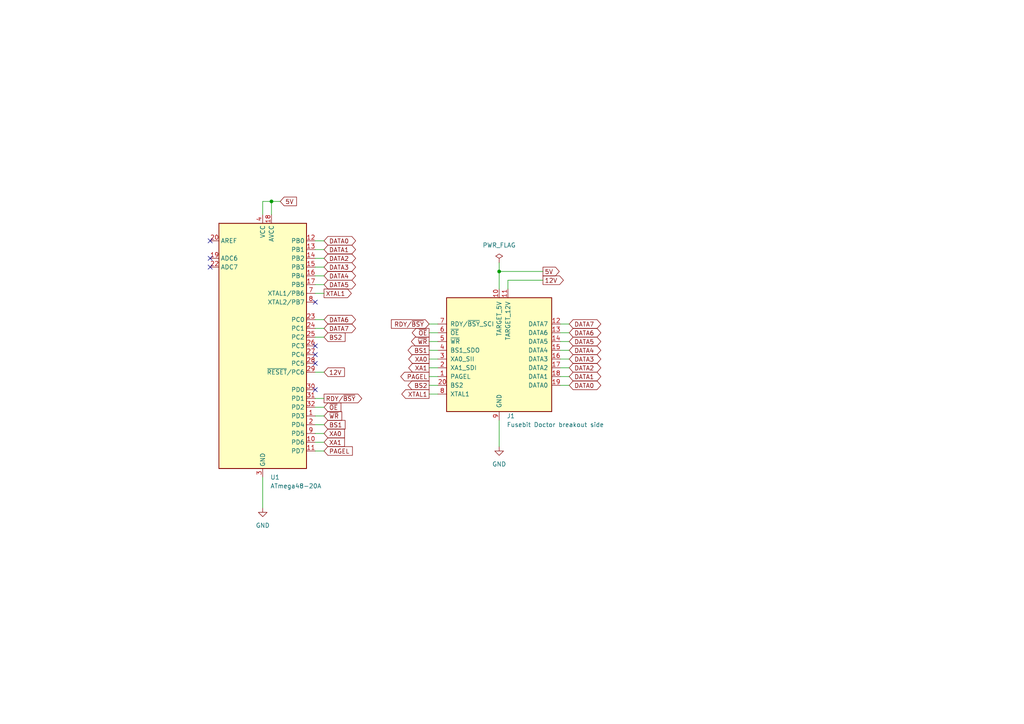
<source format=kicad_sch>
(kicad_sch (version 20230121) (generator eeschema)

  (uuid ce4f5577-8ff6-47ed-9e57-388466cabc6e)

  (paper "A4")

  (title_block
    (title "Fusebit Doctor TQFP32 adapter")
    (date "2023-12-24")
    (rev "V1.0")
    (company "https://github.com/atoomnetmarc/Fusebit-Doctor-TQFP32-adapter")
    (comment 1 "Apache License, Version 2.0")
  )

  (lib_symbols
    (symbol "Connector-extra:Fusebit-Doctor-breakout-side" (pin_names (offset 1.016)) (in_bom yes) (on_board yes)
      (property "Reference" "J" (at -11.43 17.145 0)
        (effects (font (size 1.27 1.27)))
      )
      (property "Value" "Fusebit Doctor breakout side" (at 3.175 17.145 0)
        (effects (font (size 1.27 1.27)) (justify left))
      )
      (property "Footprint" "Connector_PinHeader_2.54mm:PinHeader_1x20_P2.54mm_Horizontal" (at 0 -17.145 0)
        (effects (font (size 1.27 1.27)) hide)
      )
      (property "Datasheet" "https://github.com/atoomnetmarc/yaafr" (at -1.27 -19.05 0)
        (effects (font (size 1.27 1.27)) hide)
      )
      (property "ki_keywords" "Fusebit Doctor" (at 0 0 0)
        (effects (font (size 1.27 1.27)) hide)
      )
      (property "ki_description" "A header for the Fusebit Doctor (or compatible boards) for breaking out to footprints." (at 0 0 0)
        (effects (font (size 1.27 1.27)) hide)
      )
      (property "ki_fp_filters" "PinHeader*_1x20_P2.54mm*" (at 0 0 0)
        (effects (font (size 1.27 1.27)) hide)
      )
      (symbol "Fusebit-Doctor-breakout-side_0_1"
        (rectangle (start -15.24 16.51) (end 15.24 -16.51)
          (stroke (width 0.254) (type default))
          (fill (type background))
        )
      )
      (symbol "Fusebit-Doctor-breakout-side_1_1"
        (pin passive line (at -17.78 -6.35 0) (length 2.54)
          (name "PAGEL" (effects (font (size 1.27 1.27))))
          (number "1" (effects (font (size 1.27 1.27))))
        )
        (pin passive line (at 0 19.05 270) (length 2.54)
          (name "TARGET_5V" (effects (font (size 1.27 1.27))))
          (number "10" (effects (font (size 1.27 1.27))))
        )
        (pin passive line (at 2.54 19.05 270) (length 2.54)
          (name "TARGET_12V" (effects (font (size 1.27 1.27))))
          (number "11" (effects (font (size 1.27 1.27))))
        )
        (pin bidirectional line (at 17.78 8.89 180) (length 2.54)
          (name "DATA7" (effects (font (size 1.27 1.27))))
          (number "12" (effects (font (size 1.27 1.27))))
        )
        (pin bidirectional line (at 17.78 6.35 180) (length 2.54)
          (name "DATA6" (effects (font (size 1.27 1.27))))
          (number "13" (effects (font (size 1.27 1.27))))
        )
        (pin bidirectional line (at 17.78 3.81 180) (length 2.54)
          (name "DATA5" (effects (font (size 1.27 1.27))))
          (number "14" (effects (font (size 1.27 1.27))))
        )
        (pin bidirectional line (at 17.78 1.27 180) (length 2.54)
          (name "DATA4" (effects (font (size 1.27 1.27))))
          (number "15" (effects (font (size 1.27 1.27))))
        )
        (pin bidirectional line (at 17.78 -1.27 180) (length 2.54)
          (name "DATA3" (effects (font (size 1.27 1.27))))
          (number "16" (effects (font (size 1.27 1.27))))
        )
        (pin bidirectional line (at 17.78 -3.81 180) (length 2.54)
          (name "DATA2" (effects (font (size 1.27 1.27))))
          (number "17" (effects (font (size 1.27 1.27))))
        )
        (pin bidirectional line (at 17.78 -6.35 180) (length 2.54)
          (name "DATA1" (effects (font (size 1.27 1.27))))
          (number "18" (effects (font (size 1.27 1.27))))
        )
        (pin bidirectional line (at 17.78 -8.89 180) (length 2.54)
          (name "DATA0" (effects (font (size 1.27 1.27))))
          (number "19" (effects (font (size 1.27 1.27))))
        )
        (pin passive line (at -17.78 -3.81 0) (length 2.54)
          (name "XA1_SDI" (effects (font (size 1.27 1.27))))
          (number "2" (effects (font (size 1.27 1.27))))
        )
        (pin passive line (at -17.78 -8.89 0) (length 2.54)
          (name "BS2" (effects (font (size 1.27 1.27))))
          (number "20" (effects (font (size 1.27 1.27))))
        )
        (pin passive line (at -17.78 -1.27 0) (length 2.54)
          (name "XA0_SII" (effects (font (size 1.27 1.27))))
          (number "3" (effects (font (size 1.27 1.27))))
        )
        (pin passive line (at -17.78 1.27 0) (length 2.54)
          (name "BS1_SDO" (effects (font (size 1.27 1.27))))
          (number "4" (effects (font (size 1.27 1.27))))
        )
        (pin passive line (at -17.78 3.81 0) (length 2.54)
          (name "~{WR}" (effects (font (size 1.27 1.27))))
          (number "5" (effects (font (size 1.27 1.27))))
        )
        (pin passive line (at -17.78 6.35 0) (length 2.54)
          (name "~{OE}" (effects (font (size 1.27 1.27))))
          (number "6" (effects (font (size 1.27 1.27))))
        )
        (pin passive line (at -17.78 8.89 0) (length 2.54)
          (name "RDY/~{BSY}_SCI" (effects (font (size 1.27 1.27))))
          (number "7" (effects (font (size 1.27 1.27))))
        )
        (pin passive line (at -17.78 -11.43 0) (length 2.54)
          (name "XTAL1" (effects (font (size 1.27 1.27))))
          (number "8" (effects (font (size 1.27 1.27))))
        )
        (pin power_out line (at 0 -19.05 90) (length 2.54)
          (name "GND" (effects (font (size 1.27 1.27))))
          (number "9" (effects (font (size 1.27 1.27))))
        )
      )
    )
    (symbol "MCU_Microchip_ATmega:ATmega48-20A" (in_bom yes) (on_board yes)
      (property "Reference" "U" (at -12.7 36.83 0)
        (effects (font (size 1.27 1.27)) (justify left bottom))
      )
      (property "Value" "ATmega48-20A" (at 2.54 -36.83 0)
        (effects (font (size 1.27 1.27)) (justify left top))
      )
      (property "Footprint" "Package_QFP:TQFP-32_7x7mm_P0.8mm" (at 0 0 0)
        (effects (font (size 1.27 1.27) italic) hide)
      )
      (property "Datasheet" "http://ww1.microchip.com/downloads/en/DeviceDoc/Atmel-2545-8-bit-AVR-Microcontroller-ATmega48-88-168_Datasheet.pdf" (at 0 0 0)
        (effects (font (size 1.27 1.27)) hide)
      )
      (property "ki_keywords" "AVR 8bit Microcontroller MegaAVR" (at 0 0 0)
        (effects (font (size 1.27 1.27)) hide)
      )
      (property "ki_description" "20MHz, 4kB Flash, 512B SRAM, 256B EEPROM, TQFP-32" (at 0 0 0)
        (effects (font (size 1.27 1.27)) hide)
      )
      (property "ki_fp_filters" "TQFP*7x7mm*P0.8mm*" (at 0 0 0)
        (effects (font (size 1.27 1.27)) hide)
      )
      (symbol "ATmega48-20A_0_1"
        (rectangle (start -12.7 -35.56) (end 12.7 35.56)
          (stroke (width 0.254) (type default))
          (fill (type background))
        )
      )
      (symbol "ATmega48-20A_1_1"
        (pin bidirectional line (at 15.24 -20.32 180) (length 2.54)
          (name "PD3" (effects (font (size 1.27 1.27))))
          (number "1" (effects (font (size 1.27 1.27))))
        )
        (pin bidirectional line (at 15.24 -27.94 180) (length 2.54)
          (name "PD6" (effects (font (size 1.27 1.27))))
          (number "10" (effects (font (size 1.27 1.27))))
        )
        (pin bidirectional line (at 15.24 -30.48 180) (length 2.54)
          (name "PD7" (effects (font (size 1.27 1.27))))
          (number "11" (effects (font (size 1.27 1.27))))
        )
        (pin bidirectional line (at 15.24 30.48 180) (length 2.54)
          (name "PB0" (effects (font (size 1.27 1.27))))
          (number "12" (effects (font (size 1.27 1.27))))
        )
        (pin bidirectional line (at 15.24 27.94 180) (length 2.54)
          (name "PB1" (effects (font (size 1.27 1.27))))
          (number "13" (effects (font (size 1.27 1.27))))
        )
        (pin bidirectional line (at 15.24 25.4 180) (length 2.54)
          (name "PB2" (effects (font (size 1.27 1.27))))
          (number "14" (effects (font (size 1.27 1.27))))
        )
        (pin bidirectional line (at 15.24 22.86 180) (length 2.54)
          (name "PB3" (effects (font (size 1.27 1.27))))
          (number "15" (effects (font (size 1.27 1.27))))
        )
        (pin bidirectional line (at 15.24 20.32 180) (length 2.54)
          (name "PB4" (effects (font (size 1.27 1.27))))
          (number "16" (effects (font (size 1.27 1.27))))
        )
        (pin bidirectional line (at 15.24 17.78 180) (length 2.54)
          (name "PB5" (effects (font (size 1.27 1.27))))
          (number "17" (effects (font (size 1.27 1.27))))
        )
        (pin power_in line (at 2.54 38.1 270) (length 2.54)
          (name "AVCC" (effects (font (size 1.27 1.27))))
          (number "18" (effects (font (size 1.27 1.27))))
        )
        (pin input line (at -15.24 25.4 0) (length 2.54)
          (name "ADC6" (effects (font (size 1.27 1.27))))
          (number "19" (effects (font (size 1.27 1.27))))
        )
        (pin bidirectional line (at 15.24 -22.86 180) (length 2.54)
          (name "PD4" (effects (font (size 1.27 1.27))))
          (number "2" (effects (font (size 1.27 1.27))))
        )
        (pin passive line (at -15.24 30.48 0) (length 2.54)
          (name "AREF" (effects (font (size 1.27 1.27))))
          (number "20" (effects (font (size 1.27 1.27))))
        )
        (pin passive line (at 0 -38.1 90) (length 2.54) hide
          (name "GND" (effects (font (size 1.27 1.27))))
          (number "21" (effects (font (size 1.27 1.27))))
        )
        (pin input line (at -15.24 22.86 0) (length 2.54)
          (name "ADC7" (effects (font (size 1.27 1.27))))
          (number "22" (effects (font (size 1.27 1.27))))
        )
        (pin bidirectional line (at 15.24 7.62 180) (length 2.54)
          (name "PC0" (effects (font (size 1.27 1.27))))
          (number "23" (effects (font (size 1.27 1.27))))
        )
        (pin bidirectional line (at 15.24 5.08 180) (length 2.54)
          (name "PC1" (effects (font (size 1.27 1.27))))
          (number "24" (effects (font (size 1.27 1.27))))
        )
        (pin bidirectional line (at 15.24 2.54 180) (length 2.54)
          (name "PC2" (effects (font (size 1.27 1.27))))
          (number "25" (effects (font (size 1.27 1.27))))
        )
        (pin bidirectional line (at 15.24 0 180) (length 2.54)
          (name "PC3" (effects (font (size 1.27 1.27))))
          (number "26" (effects (font (size 1.27 1.27))))
        )
        (pin bidirectional line (at 15.24 -2.54 180) (length 2.54)
          (name "PC4" (effects (font (size 1.27 1.27))))
          (number "27" (effects (font (size 1.27 1.27))))
        )
        (pin bidirectional line (at 15.24 -5.08 180) (length 2.54)
          (name "PC5" (effects (font (size 1.27 1.27))))
          (number "28" (effects (font (size 1.27 1.27))))
        )
        (pin bidirectional line (at 15.24 -7.62 180) (length 2.54)
          (name "~{RESET}/PC6" (effects (font (size 1.27 1.27))))
          (number "29" (effects (font (size 1.27 1.27))))
        )
        (pin power_in line (at 0 -38.1 90) (length 2.54)
          (name "GND" (effects (font (size 1.27 1.27))))
          (number "3" (effects (font (size 1.27 1.27))))
        )
        (pin bidirectional line (at 15.24 -12.7 180) (length 2.54)
          (name "PD0" (effects (font (size 1.27 1.27))))
          (number "30" (effects (font (size 1.27 1.27))))
        )
        (pin bidirectional line (at 15.24 -15.24 180) (length 2.54)
          (name "PD1" (effects (font (size 1.27 1.27))))
          (number "31" (effects (font (size 1.27 1.27))))
        )
        (pin bidirectional line (at 15.24 -17.78 180) (length 2.54)
          (name "PD2" (effects (font (size 1.27 1.27))))
          (number "32" (effects (font (size 1.27 1.27))))
        )
        (pin power_in line (at 0 38.1 270) (length 2.54)
          (name "VCC" (effects (font (size 1.27 1.27))))
          (number "4" (effects (font (size 1.27 1.27))))
        )
        (pin passive line (at 0 -38.1 90) (length 2.54) hide
          (name "GND" (effects (font (size 1.27 1.27))))
          (number "5" (effects (font (size 1.27 1.27))))
        )
        (pin passive line (at 0 38.1 270) (length 2.54) hide
          (name "VCC" (effects (font (size 1.27 1.27))))
          (number "6" (effects (font (size 1.27 1.27))))
        )
        (pin bidirectional line (at 15.24 15.24 180) (length 2.54)
          (name "XTAL1/PB6" (effects (font (size 1.27 1.27))))
          (number "7" (effects (font (size 1.27 1.27))))
        )
        (pin bidirectional line (at 15.24 12.7 180) (length 2.54)
          (name "XTAL2/PB7" (effects (font (size 1.27 1.27))))
          (number "8" (effects (font (size 1.27 1.27))))
        )
        (pin bidirectional line (at 15.24 -25.4 180) (length 2.54)
          (name "PD5" (effects (font (size 1.27 1.27))))
          (number "9" (effects (font (size 1.27 1.27))))
        )
      )
    )
    (symbol "power:GND" (power) (pin_names (offset 0)) (in_bom yes) (on_board yes)
      (property "Reference" "#PWR" (at 0 -6.35 0)
        (effects (font (size 1.27 1.27)) hide)
      )
      (property "Value" "GND" (at 0 -3.81 0)
        (effects (font (size 1.27 1.27)))
      )
      (property "Footprint" "" (at 0 0 0)
        (effects (font (size 1.27 1.27)) hide)
      )
      (property "Datasheet" "" (at 0 0 0)
        (effects (font (size 1.27 1.27)) hide)
      )
      (property "ki_keywords" "global power" (at 0 0 0)
        (effects (font (size 1.27 1.27)) hide)
      )
      (property "ki_description" "Power symbol creates a global label with name \"GND\" , ground" (at 0 0 0)
        (effects (font (size 1.27 1.27)) hide)
      )
      (symbol "GND_0_1"
        (polyline
          (pts
            (xy 0 0)
            (xy 0 -1.27)
            (xy 1.27 -1.27)
            (xy 0 -2.54)
            (xy -1.27 -1.27)
            (xy 0 -1.27)
          )
          (stroke (width 0) (type default))
          (fill (type none))
        )
      )
      (symbol "GND_1_1"
        (pin power_in line (at 0 0 270) (length 0) hide
          (name "GND" (effects (font (size 1.27 1.27))))
          (number "1" (effects (font (size 1.27 1.27))))
        )
      )
    )
    (symbol "power:PWR_FLAG" (power) (pin_numbers hide) (pin_names (offset 0) hide) (in_bom yes) (on_board yes)
      (property "Reference" "#FLG" (at 0 1.905 0)
        (effects (font (size 1.27 1.27)) hide)
      )
      (property "Value" "PWR_FLAG" (at 0 3.81 0)
        (effects (font (size 1.27 1.27)))
      )
      (property "Footprint" "" (at 0 0 0)
        (effects (font (size 1.27 1.27)) hide)
      )
      (property "Datasheet" "~" (at 0 0 0)
        (effects (font (size 1.27 1.27)) hide)
      )
      (property "ki_keywords" "flag power" (at 0 0 0)
        (effects (font (size 1.27 1.27)) hide)
      )
      (property "ki_description" "Special symbol for telling ERC where power comes from" (at 0 0 0)
        (effects (font (size 1.27 1.27)) hide)
      )
      (symbol "PWR_FLAG_0_0"
        (pin power_out line (at 0 0 90) (length 0)
          (name "pwr" (effects (font (size 1.27 1.27))))
          (number "1" (effects (font (size 1.27 1.27))))
        )
      )
      (symbol "PWR_FLAG_0_1"
        (polyline
          (pts
            (xy 0 0)
            (xy 0 1.27)
            (xy -1.016 1.905)
            (xy 0 2.54)
            (xy 1.016 1.905)
            (xy 0 1.27)
          )
          (stroke (width 0) (type default))
          (fill (type none))
        )
      )
    )
  )

  (junction (at 144.78 78.74) (diameter 0) (color 0 0 0 0)
    (uuid 3bf93c7c-1796-4ebe-80ef-01ee650f727d)
  )
  (junction (at 78.74 58.42) (diameter 0) (color 0 0 0 0)
    (uuid 51312edc-5334-4dc5-ad39-10fa55450dc3)
  )

  (no_connect (at 91.44 102.87) (uuid 09b56b4d-e4d8-4367-a00d-16bd7b8e6d09))
  (no_connect (at 91.44 105.41) (uuid 17d6af70-e4c0-45b0-a90b-28c77c7d5480))
  (no_connect (at 91.44 87.63) (uuid 1a7544b6-ace3-4710-a494-b728c7d56154))
  (no_connect (at 60.96 74.93) (uuid 20e8ed0b-5525-4488-be6d-01efe922d5b5))
  (no_connect (at 60.96 77.47) (uuid 60cfe73f-a717-4e88-b40c-407445ad08f7))
  (no_connect (at 91.44 113.03) (uuid 7c4f34d5-e187-4460-85f8-eefd07af2b0d))
  (no_connect (at 91.44 100.33) (uuid adf2d286-5312-4732-a03f-1dff9d31ad05))
  (no_connect (at 60.96 69.85) (uuid f1539963-5ec7-41e7-b364-38bee8ae9328))

  (wire (pts (xy 91.44 118.11) (xy 93.98 118.11))
    (stroke (width 0) (type default))
    (uuid 0cfa2fa6-1a6b-49ef-8aae-cd6f5c000537)
  )
  (wire (pts (xy 162.56 104.14) (xy 165.1 104.14))
    (stroke (width 0) (type default))
    (uuid 0e3bb350-cbc9-40ad-91df-5949f4756db6)
  )
  (wire (pts (xy 147.32 81.28) (xy 157.48 81.28))
    (stroke (width 0) (type default))
    (uuid 144a4281-7941-4890-a2e5-a17a8c115165)
  )
  (wire (pts (xy 162.56 99.06) (xy 165.1 99.06))
    (stroke (width 0) (type default))
    (uuid 16ee3003-a43b-486a-8f00-bbcd036fbdcb)
  )
  (wire (pts (xy 78.74 58.42) (xy 76.2 58.42))
    (stroke (width 0) (type default))
    (uuid 1881c492-d8a1-489b-96ad-e1a297a7d658)
  )
  (wire (pts (xy 78.74 62.23) (xy 78.74 58.42))
    (stroke (width 0) (type default))
    (uuid 195b5ffc-35be-4c2f-907f-5b8796b159a2)
  )
  (wire (pts (xy 144.78 78.74) (xy 157.48 78.74))
    (stroke (width 0) (type default))
    (uuid 1a8045ea-e81e-4a49-aa8f-cf2424694325)
  )
  (wire (pts (xy 124.46 96.52) (xy 127 96.52))
    (stroke (width 0) (type default))
    (uuid 1aaffb1b-aabb-437a-8b40-f83bc64b1052)
  )
  (wire (pts (xy 162.56 101.6) (xy 165.1 101.6))
    (stroke (width 0) (type default))
    (uuid 1b074668-1ab0-4e52-a283-3d76f1da16bb)
  )
  (wire (pts (xy 124.46 104.14) (xy 127 104.14))
    (stroke (width 0) (type default))
    (uuid 1c915ceb-49e8-4fb3-9d39-3c39d0f4015d)
  )
  (wire (pts (xy 144.78 76.2) (xy 144.78 78.74))
    (stroke (width 0) (type default))
    (uuid 1ca678b6-0784-4703-9210-eba7d2c0b711)
  )
  (wire (pts (xy 91.44 130.81) (xy 93.98 130.81))
    (stroke (width 0) (type default))
    (uuid 1fbc114b-ed6e-461e-a352-94923783bd9b)
  )
  (wire (pts (xy 124.46 111.76) (xy 127 111.76))
    (stroke (width 0) (type default))
    (uuid 2352591c-a7c0-4ac5-b2bc-4c527e4d550f)
  )
  (wire (pts (xy 91.44 82.55) (xy 93.98 82.55))
    (stroke (width 0) (type default))
    (uuid 306d3793-9896-4259-9734-ecb431e0bca2)
  )
  (wire (pts (xy 91.44 120.65) (xy 93.98 120.65))
    (stroke (width 0) (type default))
    (uuid 39a50ae9-5ac7-471b-8859-7aad606a1177)
  )
  (wire (pts (xy 147.32 83.82) (xy 147.32 81.28))
    (stroke (width 0) (type default))
    (uuid 3e873272-034f-4e55-bc6f-dd3ab7994509)
  )
  (wire (pts (xy 124.46 99.06) (xy 127 99.06))
    (stroke (width 0) (type default))
    (uuid 3e9ad236-bfa3-4584-9d44-78495a776401)
  )
  (wire (pts (xy 162.56 106.68) (xy 165.1 106.68))
    (stroke (width 0) (type default))
    (uuid 44f068b8-1de9-4fe6-8aeb-9cd3bf7ab88e)
  )
  (wire (pts (xy 91.44 115.57) (xy 93.98 115.57))
    (stroke (width 0) (type default))
    (uuid 46015926-a03f-4af1-8124-13567a8f60b1)
  )
  (wire (pts (xy 91.44 123.19) (xy 93.98 123.19))
    (stroke (width 0) (type default))
    (uuid 46d08330-690a-499b-a338-44458bf65aa5)
  )
  (wire (pts (xy 76.2 138.43) (xy 76.2 147.32))
    (stroke (width 0) (type default))
    (uuid 489842b8-43cb-4633-8d03-554d47c67b87)
  )
  (wire (pts (xy 91.44 92.71) (xy 93.98 92.71))
    (stroke (width 0) (type default))
    (uuid 4fca8a63-5a62-4ea9-83d1-ff4b87bf0a29)
  )
  (wire (pts (xy 91.44 128.27) (xy 93.98 128.27))
    (stroke (width 0) (type default))
    (uuid 536e9295-aa75-4aa8-b5aa-14d0b6f2aa50)
  )
  (wire (pts (xy 91.44 107.95) (xy 93.98 107.95))
    (stroke (width 0) (type default))
    (uuid 5c612d79-a31c-4f9a-9dd6-6af7d24fa418)
  )
  (wire (pts (xy 91.44 95.25) (xy 93.98 95.25))
    (stroke (width 0) (type default))
    (uuid 609c7305-88d1-482d-ae03-41abd932d37d)
  )
  (wire (pts (xy 91.44 74.93) (xy 93.98 74.93))
    (stroke (width 0) (type default))
    (uuid 62aff125-534b-41f1-8360-9ccc31c06411)
  )
  (wire (pts (xy 162.56 111.76) (xy 165.1 111.76))
    (stroke (width 0) (type default))
    (uuid 63b45b5d-7105-4ccd-9bbe-3d5f2c846831)
  )
  (wire (pts (xy 76.2 58.42) (xy 76.2 62.23))
    (stroke (width 0) (type default))
    (uuid 6649ada7-cbb3-44e8-ac97-93a665175544)
  )
  (wire (pts (xy 144.78 83.82) (xy 144.78 78.74))
    (stroke (width 0) (type default))
    (uuid 6720abc6-1f8f-4cf7-9db6-411342c39e1c)
  )
  (wire (pts (xy 91.44 85.09) (xy 93.98 85.09))
    (stroke (width 0) (type default))
    (uuid 70a707ff-1a08-4130-9d62-43fdd63288f3)
  )
  (wire (pts (xy 91.44 72.39) (xy 93.98 72.39))
    (stroke (width 0) (type default))
    (uuid 73a23d54-e722-45cd-aca7-a800b83020b9)
  )
  (wire (pts (xy 91.44 69.85) (xy 93.98 69.85))
    (stroke (width 0) (type default))
    (uuid 874e412f-b438-4e37-9791-6a489430dc60)
  )
  (wire (pts (xy 124.46 101.6) (xy 127 101.6))
    (stroke (width 0) (type default))
    (uuid 976d0629-576c-4cc9-89fa-542450dcbbfb)
  )
  (wire (pts (xy 124.46 109.22) (xy 127 109.22))
    (stroke (width 0) (type default))
    (uuid 979b3e2d-23a8-45c2-8fa7-33a208c18076)
  )
  (wire (pts (xy 124.46 93.98) (xy 127 93.98))
    (stroke (width 0) (type default))
    (uuid 9c29c971-c24f-4c8f-8978-889cfd75bbd4)
  )
  (wire (pts (xy 78.74 58.42) (xy 81.28 58.42))
    (stroke (width 0) (type default))
    (uuid a7909d07-aeac-4e13-91f8-7d356dee20d4)
  )
  (wire (pts (xy 162.56 93.98) (xy 165.1 93.98))
    (stroke (width 0) (type default))
    (uuid a9e232a8-08d8-4970-9b3b-9913d89ff8e7)
  )
  (wire (pts (xy 91.44 125.73) (xy 93.98 125.73))
    (stroke (width 0) (type default))
    (uuid b10a9858-e304-48e3-8faa-ccd25da2d4e7)
  )
  (wire (pts (xy 91.44 80.01) (xy 93.98 80.01))
    (stroke (width 0) (type default))
    (uuid c1a8eb4f-db81-47e8-bc31-a1f7eab7bc07)
  )
  (wire (pts (xy 162.56 109.22) (xy 165.1 109.22))
    (stroke (width 0) (type default))
    (uuid c213a35f-15ed-40fc-9f56-7566cbefa2f3)
  )
  (wire (pts (xy 91.44 77.47) (xy 93.98 77.47))
    (stroke (width 0) (type default))
    (uuid c6487c21-59de-4268-a742-f905e8c917c9)
  )
  (wire (pts (xy 124.46 106.68) (xy 127 106.68))
    (stroke (width 0) (type default))
    (uuid dd21d273-e0ae-479f-8311-144399085b8a)
  )
  (wire (pts (xy 124.46 114.3) (xy 127 114.3))
    (stroke (width 0) (type default))
    (uuid e1ec073c-29d1-4a3d-9a35-11e740465ef9)
  )
  (wire (pts (xy 144.78 121.92) (xy 144.78 129.54))
    (stroke (width 0) (type default))
    (uuid eb3cab6c-a23d-4434-a85f-72c8229e352d)
  )
  (wire (pts (xy 91.44 97.79) (xy 93.98 97.79))
    (stroke (width 0) (type default))
    (uuid f6852d24-1a49-4789-92b3-4bb5b1dfb682)
  )
  (wire (pts (xy 162.56 96.52) (xy 165.1 96.52))
    (stroke (width 0) (type default))
    (uuid f77fab87-b837-42af-b798-9e53d734775d)
  )

  (global_label "PAGEL" (shape output) (at 124.46 109.22 180) (fields_autoplaced)
    (effects (font (size 1.27 1.27)) (justify right))
    (uuid 0d885b6f-db71-4d93-a66a-ad95a09b5347)
    (property "Intersheetrefs" "${INTERSHEET_REFS}" (at 115.6691 109.22 0)
      (effects (font (size 1.27 1.27)) (justify right) hide)
    )
  )
  (global_label "DATA5" (shape bidirectional) (at 165.1 99.06 0) (fields_autoplaced)
    (effects (font (size 1.27 1.27)) (justify left))
    (uuid 283d4471-c4c2-4302-a86d-b6fe0258a9e5)
    (property "Intersheetrefs" "${INTERSHEET_REFS}" (at 174.8208 99.06 0)
      (effects (font (size 1.27 1.27)) (justify left) hide)
    )
  )
  (global_label "XA0" (shape output) (at 124.46 104.14 180) (fields_autoplaced)
    (effects (font (size 1.27 1.27)) (justify right))
    (uuid 29ce8618-94f6-4293-9fdf-0b5e1f745c5d)
    (property "Intersheetrefs" "${INTERSHEET_REFS}" (at 117.9672 104.14 0)
      (effects (font (size 1.27 1.27)) (justify right) hide)
    )
  )
  (global_label "XTAL1" (shape output) (at 124.46 114.3 180) (fields_autoplaced)
    (effects (font (size 1.27 1.27)) (justify right))
    (uuid 371070c1-4646-44ae-bec4-3907fc2304f2)
    (property "Intersheetrefs" "${INTERSHEET_REFS}" (at 115.9715 114.3 0)
      (effects (font (size 1.27 1.27)) (justify right) hide)
    )
  )
  (global_label "BS1" (shape input) (at 93.98 123.19 0) (fields_autoplaced)
    (effects (font (size 1.27 1.27)) (justify left))
    (uuid 39a65e18-6bd4-46b0-997d-b14407e27171)
    (property "Intersheetrefs" "${INTERSHEET_REFS}" (at 100.6542 123.19 0)
      (effects (font (size 1.27 1.27)) (justify left) hide)
    )
  )
  (global_label "~{WR}" (shape output) (at 124.46 99.06 180) (fields_autoplaced)
    (effects (font (size 1.27 1.27)) (justify right))
    (uuid 46f6e02a-558c-4d8a-87ea-6491f2b126c2)
    (property "Intersheetrefs" "${INTERSHEET_REFS}" (at 118.7534 99.06 0)
      (effects (font (size 1.27 1.27)) (justify right) hide)
    )
  )
  (global_label "DATA6" (shape bidirectional) (at 165.1 96.52 0) (fields_autoplaced)
    (effects (font (size 1.27 1.27)) (justify left))
    (uuid 4b250035-7db4-4d4b-8bcf-a850e22333f0)
    (property "Intersheetrefs" "${INTERSHEET_REFS}" (at 174.8208 96.52 0)
      (effects (font (size 1.27 1.27)) (justify left) hide)
    )
  )
  (global_label "PAGEL" (shape input) (at 93.98 130.81 0) (fields_autoplaced)
    (effects (font (size 1.27 1.27)) (justify left))
    (uuid 4fc66209-6280-46fa-a279-bfedb49fcc7f)
    (property "Intersheetrefs" "${INTERSHEET_REFS}" (at 102.7709 130.81 0)
      (effects (font (size 1.27 1.27)) (justify left) hide)
    )
  )
  (global_label "DATA0" (shape bidirectional) (at 165.1 111.76 0) (fields_autoplaced)
    (effects (font (size 1.27 1.27)) (justify left))
    (uuid 50446b4e-3798-4c9b-800b-e423488670cb)
    (property "Intersheetrefs" "${INTERSHEET_REFS}" (at 174.8208 111.76 0)
      (effects (font (size 1.27 1.27)) (justify left) hide)
    )
  )
  (global_label "DATA1" (shape bidirectional) (at 165.1 109.22 0) (fields_autoplaced)
    (effects (font (size 1.27 1.27)) (justify left))
    (uuid 55214d25-e6c6-46e3-a8f2-f67b841f5ac5)
    (property "Intersheetrefs" "${INTERSHEET_REFS}" (at 174.8208 109.22 0)
      (effects (font (size 1.27 1.27)) (justify left) hide)
    )
  )
  (global_label "XTAL1" (shape output) (at 93.98 85.09 0) (fields_autoplaced)
    (effects (font (size 1.27 1.27)) (justify left))
    (uuid 5acb6e4d-7035-4e5b-a10b-6a697cec9073)
    (property "Intersheetrefs" "${INTERSHEET_REFS}" (at 102.4685 85.09 0)
      (effects (font (size 1.27 1.27)) (justify left) hide)
    )
  )
  (global_label "RDY{slash}~{BSY}" (shape output) (at 93.98 115.57 0) (fields_autoplaced)
    (effects (font (size 1.27 1.27)) (justify left))
    (uuid 5c5f6320-d9aa-4019-979e-e675751dbcda)
    (property "Intersheetrefs" "${INTERSHEET_REFS}" (at 105.4924 115.57 0)
      (effects (font (size 1.27 1.27)) (justify left) hide)
    )
  )
  (global_label "BS2" (shape input) (at 93.98 97.79 0) (fields_autoplaced)
    (effects (font (size 1.27 1.27)) (justify left))
    (uuid 645eb134-daa3-482d-b867-3ca22921e7a5)
    (property "Intersheetrefs" "${INTERSHEET_REFS}" (at 100.6542 97.79 0)
      (effects (font (size 1.27 1.27)) (justify left) hide)
    )
  )
  (global_label "BS1" (shape output) (at 124.46 101.6 180) (fields_autoplaced)
    (effects (font (size 1.27 1.27)) (justify right))
    (uuid 700f5fed-8af7-4dd3-bf09-969af0bbc660)
    (property "Intersheetrefs" "${INTERSHEET_REFS}" (at 117.7858 101.6 0)
      (effects (font (size 1.27 1.27)) (justify right) hide)
    )
  )
  (global_label "12V" (shape input) (at 93.98 107.95 0) (fields_autoplaced)
    (effects (font (size 1.27 1.27)) (justify left))
    (uuid 71bb1928-103c-4aed-95e8-647d955b3cac)
    (property "Intersheetrefs" "${INTERSHEET_REFS}" (at 100.4728 107.95 0)
      (effects (font (size 1.27 1.27)) (justify left) hide)
    )
  )
  (global_label "DATA2" (shape bidirectional) (at 93.98 74.93 0) (fields_autoplaced)
    (effects (font (size 1.27 1.27)) (justify left))
    (uuid 72dc157e-b69c-46af-b920-63bc47a81648)
    (property "Intersheetrefs" "${INTERSHEET_REFS}" (at 103.7008 74.93 0)
      (effects (font (size 1.27 1.27)) (justify left) hide)
    )
  )
  (global_label "DATA6" (shape bidirectional) (at 93.98 92.71 0) (fields_autoplaced)
    (effects (font (size 1.27 1.27)) (justify left))
    (uuid 7360ced0-4a40-4795-98b4-6409fa1693c5)
    (property "Intersheetrefs" "${INTERSHEET_REFS}" (at 103.7008 92.71 0)
      (effects (font (size 1.27 1.27)) (justify left) hide)
    )
  )
  (global_label "5V" (shape input) (at 81.28 58.42 0) (fields_autoplaced)
    (effects (font (size 1.27 1.27)) (justify left))
    (uuid 759e3207-c84c-492a-97b5-6b8cb3019dea)
    (property "Intersheetrefs" "${INTERSHEET_REFS}" (at 86.5633 58.42 0)
      (effects (font (size 1.27 1.27)) (justify left) hide)
    )
  )
  (global_label "RDY{slash}~{BSY}" (shape input) (at 124.46 93.98 180) (fields_autoplaced)
    (effects (font (size 1.27 1.27)) (justify right))
    (uuid 889a4636-95ca-4c86-9836-9442d93f33ba)
    (property "Intersheetrefs" "${INTERSHEET_REFS}" (at 112.9476 93.98 0)
      (effects (font (size 1.27 1.27)) (justify right) hide)
    )
  )
  (global_label "XA0" (shape input) (at 93.98 125.73 0) (fields_autoplaced)
    (effects (font (size 1.27 1.27)) (justify left))
    (uuid 994c3e54-f095-4497-ad20-ed9576f1d62a)
    (property "Intersheetrefs" "${INTERSHEET_REFS}" (at 100.4728 125.73 0)
      (effects (font (size 1.27 1.27)) (justify left) hide)
    )
  )
  (global_label "DATA0" (shape bidirectional) (at 93.98 69.85 0) (fields_autoplaced)
    (effects (font (size 1.27 1.27)) (justify left))
    (uuid 9c34bf52-a9ec-4cbd-ae5a-e73df681d84b)
    (property "Intersheetrefs" "${INTERSHEET_REFS}" (at 103.7008 69.85 0)
      (effects (font (size 1.27 1.27)) (justify left) hide)
    )
  )
  (global_label "XA1" (shape output) (at 124.46 106.68 180) (fields_autoplaced)
    (effects (font (size 1.27 1.27)) (justify right))
    (uuid 9cb2f3d8-b19c-43c8-80b3-dd77f897b684)
    (property "Intersheetrefs" "${INTERSHEET_REFS}" (at 117.9672 106.68 0)
      (effects (font (size 1.27 1.27)) (justify right) hide)
    )
  )
  (global_label "DATA3" (shape bidirectional) (at 165.1 104.14 0) (fields_autoplaced)
    (effects (font (size 1.27 1.27)) (justify left))
    (uuid a6aa1b31-a011-4a06-ba55-29bcc7fdb687)
    (property "Intersheetrefs" "${INTERSHEET_REFS}" (at 174.8208 104.14 0)
      (effects (font (size 1.27 1.27)) (justify left) hide)
    )
  )
  (global_label "~{OE}" (shape output) (at 124.46 96.52 180) (fields_autoplaced)
    (effects (font (size 1.27 1.27)) (justify right))
    (uuid a86519c7-e0d7-4000-b634-2d6b48e41fee)
    (property "Intersheetrefs" "${INTERSHEET_REFS}" (at 118.9953 96.52 0)
      (effects (font (size 1.27 1.27)) (justify right) hide)
    )
  )
  (global_label "XA1" (shape input) (at 93.98 128.27 0) (fields_autoplaced)
    (effects (font (size 1.27 1.27)) (justify left))
    (uuid ad83e569-4176-4fb9-bdb5-9ec80fe53364)
    (property "Intersheetrefs" "${INTERSHEET_REFS}" (at 100.4728 128.27 0)
      (effects (font (size 1.27 1.27)) (justify left) hide)
    )
  )
  (global_label "~{WR}" (shape input) (at 93.98 120.65 0) (fields_autoplaced)
    (effects (font (size 1.27 1.27)) (justify left))
    (uuid b7d13c44-1750-4fa7-9e04-3c72909e9731)
    (property "Intersheetrefs" "${INTERSHEET_REFS}" (at 99.6866 120.65 0)
      (effects (font (size 1.27 1.27)) (justify left) hide)
    )
  )
  (global_label "5V" (shape output) (at 157.48 78.74 0) (fields_autoplaced)
    (effects (font (size 1.27 1.27)) (justify left))
    (uuid b89848a5-d08f-4244-b7d4-7d76900bf08b)
    (property "Intersheetrefs" "${INTERSHEET_REFS}" (at 162.7633 78.74 0)
      (effects (font (size 1.27 1.27)) (justify left) hide)
    )
  )
  (global_label "DATA3" (shape bidirectional) (at 93.98 77.47 0) (fields_autoplaced)
    (effects (font (size 1.27 1.27)) (justify left))
    (uuid b9b08a30-b655-4cd4-a49c-4a012debca04)
    (property "Intersheetrefs" "${INTERSHEET_REFS}" (at 103.7008 77.47 0)
      (effects (font (size 1.27 1.27)) (justify left) hide)
    )
  )
  (global_label "DATA5" (shape bidirectional) (at 93.98 82.55 0) (fields_autoplaced)
    (effects (font (size 1.27 1.27)) (justify left))
    (uuid bc136e7a-b8bf-4098-8822-b9054f101cf3)
    (property "Intersheetrefs" "${INTERSHEET_REFS}" (at 103.7008 82.55 0)
      (effects (font (size 1.27 1.27)) (justify left) hide)
    )
  )
  (global_label "12V" (shape output) (at 157.48 81.28 0) (fields_autoplaced)
    (effects (font (size 1.27 1.27)) (justify left))
    (uuid bd440367-8822-46a3-936f-2fcd68b5652a)
    (property "Intersheetrefs" "${INTERSHEET_REFS}" (at 163.9728 81.28 0)
      (effects (font (size 1.27 1.27)) (justify left) hide)
    )
  )
  (global_label "DATA7" (shape bidirectional) (at 93.98 95.25 0) (fields_autoplaced)
    (effects (font (size 1.27 1.27)) (justify left))
    (uuid c723db79-34ed-48b7-8ae5-c2dbf983e98e)
    (property "Intersheetrefs" "${INTERSHEET_REFS}" (at 103.7008 95.25 0)
      (effects (font (size 1.27 1.27)) (justify left) hide)
    )
  )
  (global_label "~{OE}" (shape input) (at 93.98 118.11 0) (fields_autoplaced)
    (effects (font (size 1.27 1.27)) (justify left))
    (uuid cca1e303-40e0-4841-8634-7164fe281449)
    (property "Intersheetrefs" "${INTERSHEET_REFS}" (at 99.4447 118.11 0)
      (effects (font (size 1.27 1.27)) (justify left) hide)
    )
  )
  (global_label "DATA7" (shape bidirectional) (at 165.1 93.98 0) (fields_autoplaced)
    (effects (font (size 1.27 1.27)) (justify left))
    (uuid d20c3f4c-5f9a-4f75-8908-6081e73a43f9)
    (property "Intersheetrefs" "${INTERSHEET_REFS}" (at 174.8208 93.98 0)
      (effects (font (size 1.27 1.27)) (justify left) hide)
    )
  )
  (global_label "DATA4" (shape bidirectional) (at 93.98 80.01 0) (fields_autoplaced)
    (effects (font (size 1.27 1.27)) (justify left))
    (uuid d98a4dd9-b8ca-4b35-bd54-39477509d467)
    (property "Intersheetrefs" "${INTERSHEET_REFS}" (at 103.7008 80.01 0)
      (effects (font (size 1.27 1.27)) (justify left) hide)
    )
  )
  (global_label "DATA4" (shape bidirectional) (at 165.1 101.6 0) (fields_autoplaced)
    (effects (font (size 1.27 1.27)) (justify left))
    (uuid d9c6cfb5-281f-461c-a1d4-2f69d9d7e0aa)
    (property "Intersheetrefs" "${INTERSHEET_REFS}" (at 174.8208 101.6 0)
      (effects (font (size 1.27 1.27)) (justify left) hide)
    )
  )
  (global_label "BS2" (shape output) (at 124.46 111.76 180) (fields_autoplaced)
    (effects (font (size 1.27 1.27)) (justify right))
    (uuid e3ad4552-81a9-403f-bfd3-330063e145ba)
    (property "Intersheetrefs" "${INTERSHEET_REFS}" (at 117.7858 111.76 0)
      (effects (font (size 1.27 1.27)) (justify right) hide)
    )
  )
  (global_label "DATA2" (shape bidirectional) (at 165.1 106.68 0) (fields_autoplaced)
    (effects (font (size 1.27 1.27)) (justify left))
    (uuid ead7cc7e-4436-481d-9682-6920d59946e9)
    (property "Intersheetrefs" "${INTERSHEET_REFS}" (at 174.8208 106.68 0)
      (effects (font (size 1.27 1.27)) (justify left) hide)
    )
  )
  (global_label "DATA1" (shape bidirectional) (at 93.98 72.39 0) (fields_autoplaced)
    (effects (font (size 1.27 1.27)) (justify left))
    (uuid ef107300-bb90-4e59-a377-0c54f9d43764)
    (property "Intersheetrefs" "${INTERSHEET_REFS}" (at 103.7008 72.39 0)
      (effects (font (size 1.27 1.27)) (justify left) hide)
    )
  )

  (symbol (lib_id "MCU_Microchip_ATmega:ATmega48-20A") (at 76.2 100.33 0) (unit 1)
    (in_bom no) (on_board yes) (dnp no) (fields_autoplaced)
    (uuid 29380ad2-b098-4625-88d9-d3cb9d45ffe8)
    (property "Reference" "U1" (at 78.3941 138.43 0)
      (effects (font (size 1.27 1.27)) (justify left))
    )
    (property "Value" "ATmega48-20A" (at 78.3941 140.97 0)
      (effects (font (size 1.27 1.27)) (justify left))
    )
    (property "Footprint" "Package_QFP:TQFP-32_7x7mm_P0.8mm" (at 76.2 100.33 0)
      (effects (font (size 1.27 1.27) italic) hide)
    )
    (property "Datasheet" "http://ww1.microchip.com/downloads/en/DeviceDoc/Atmel-2545-8-bit-AVR-Microcontroller-ATmega48-88-168_Datasheet.pdf" (at 76.2 100.33 0)
      (effects (font (size 1.27 1.27)) hide)
    )
    (pin "26" (uuid e4b37f58-152a-47b6-9b83-2cb979759116))
    (pin "17" (uuid 84bb0a67-4489-4c84-bbca-9666d3a88721))
    (pin "24" (uuid 0b4c6690-0f27-4565-ab02-b009ade789cc))
    (pin "3" (uuid 6155e7c3-167c-49e9-b450-ce8b73be56df))
    (pin "4" (uuid 048598f2-dc76-4b38-baf6-0aa5d67b6acd))
    (pin "8" (uuid e06bec17-7794-43ae-8c20-5c363ba6d719))
    (pin "12" (uuid b581d086-7119-4a22-8f8c-3b4a1a87cc3d))
    (pin "13" (uuid f6d4440c-851c-4fa1-9a9c-1276a7119e44))
    (pin "14" (uuid 73e3c0c4-6599-499c-bb34-75f78a35cbc0))
    (pin "22" (uuid b53f8b9f-f1d8-4527-86ab-768a4b9a3580))
    (pin "1" (uuid 89814915-bb09-47f3-8175-f13f6524a54f))
    (pin "2" (uuid 3a9f6a7c-b150-414a-a4e3-6e7556fab265))
    (pin "16" (uuid 17a8ddc3-eca8-430e-9db4-2f97b7bede66))
    (pin "25" (uuid 0edf588b-47d0-4b08-a195-34e134714cd4))
    (pin "28" (uuid 558b97ed-653e-4dc6-a1bf-fe9181ab86f7))
    (pin "9" (uuid 1680d023-4eac-4f9e-9a6e-36c18affcd69))
    (pin "10" (uuid 1ea5eff3-d0ac-467c-b121-cbd5707376cd))
    (pin "18" (uuid 3210e086-c77a-40a2-af60-e8ebe8d181ae))
    (pin "32" (uuid 9986d31d-6ec6-40d2-9512-95ac62c92441))
    (pin "5" (uuid ffad2fe1-9f30-4825-9a41-9403523c363f))
    (pin "19" (uuid 98e10093-d4d2-43c6-8d06-130448c71ce2))
    (pin "11" (uuid b102dd53-acae-4dc0-8235-8cf2fa3b028a))
    (pin "15" (uuid 3989f63f-92b8-4971-ad8c-dacce0ab6397))
    (pin "20" (uuid 075e737d-1bb8-4f67-aa1e-3ccfe35a8d9b))
    (pin "29" (uuid 464fdeb7-f50a-43f0-9b01-258bb0d56379))
    (pin "6" (uuid 90e59697-3ea3-4c4c-8e85-bc8a3afc8941))
    (pin "31" (uuid c7919c9b-eb55-4dec-ae10-8e58427dd0b7))
    (pin "7" (uuid 845ac490-4160-44bc-b1d1-39f82a703c42))
    (pin "30" (uuid 7fdd6a93-4fb5-4ce5-95d7-0c3794d79a10))
    (pin "23" (uuid 26e2f091-fc04-43a7-a922-3fe73513e049))
    (pin "21" (uuid 9ecc4840-6026-47c4-866b-24da0b82251d))
    (pin "27" (uuid 04f1112b-e126-44a1-8bbe-939597476faf))
    (instances
      (project "Fusebit Doctor TQFP32 adapter"
        (path "/ce4f5577-8ff6-47ed-9e57-388466cabc6e"
          (reference "U1") (unit 1)
        )
      )
    )
  )

  (symbol (lib_id "power:GND") (at 144.78 129.54 0) (unit 1)
    (in_bom yes) (on_board yes) (dnp no) (fields_autoplaced)
    (uuid 9f534e54-48fd-43b2-af78-9825e09b552e)
    (property "Reference" "#PWR05" (at 144.78 135.89 0)
      (effects (font (size 1.27 1.27)) hide)
    )
    (property "Value" "GND" (at 144.78 134.62 0)
      (effects (font (size 1.27 1.27)))
    )
    (property "Footprint" "" (at 144.78 129.54 0)
      (effects (font (size 1.27 1.27)) hide)
    )
    (property "Datasheet" "" (at 144.78 129.54 0)
      (effects (font (size 1.27 1.27)) hide)
    )
    (pin "1" (uuid 387cf83c-c9ed-4b90-8045-7b5913f24b14))
    (instances
      (project "Fusebit Doctor TQFP32 adapter"
        (path "/ce4f5577-8ff6-47ed-9e57-388466cabc6e"
          (reference "#PWR05") (unit 1)
        )
      )
    )
  )

  (symbol (lib_id "power:PWR_FLAG") (at 144.78 76.2 0) (unit 1)
    (in_bom yes) (on_board yes) (dnp no) (fields_autoplaced)
    (uuid cae9db07-ec33-4388-a34e-462e972f5133)
    (property "Reference" "#FLG01" (at 144.78 74.295 0)
      (effects (font (size 1.27 1.27)) hide)
    )
    (property "Value" "PWR_FLAG" (at 144.78 71.12 0)
      (effects (font (size 1.27 1.27)))
    )
    (property "Footprint" "" (at 144.78 76.2 0)
      (effects (font (size 1.27 1.27)) hide)
    )
    (property "Datasheet" "~" (at 144.78 76.2 0)
      (effects (font (size 1.27 1.27)) hide)
    )
    (pin "1" (uuid 6118d022-0585-4521-8e81-8eaac7326216))
    (instances
      (project "Fusebit Doctor TQFP32 adapter"
        (path "/ce4f5577-8ff6-47ed-9e57-388466cabc6e"
          (reference "#FLG01") (unit 1)
        )
      )
    )
  )

  (symbol (lib_id "Connector-extra:Fusebit-Doctor-breakout-side") (at 144.78 102.87 0) (unit 1)
    (in_bom yes) (on_board yes) (dnp no) (fields_autoplaced)
    (uuid cbca73d3-ff01-42f6-b18c-3fda17391a4a)
    (property "Reference" "J1" (at 146.9741 120.65 0)
      (effects (font (size 1.27 1.27)) (justify left))
    )
    (property "Value" "Fusebit Doctor breakout side" (at 146.9741 123.19 0)
      (effects (font (size 1.27 1.27)) (justify left))
    )
    (property "Footprint" "Connector_PinHeader_2.54mm:PinHeader_1x20_P2.54mm_Horizontal" (at 144.78 120.015 0)
      (effects (font (size 1.27 1.27)) hide)
    )
    (property "Datasheet" "https://github.com/atoomnetmarc/yaafr" (at 143.51 121.92 0)
      (effects (font (size 1.27 1.27)) hide)
    )
    (pin "20" (uuid e02432af-f7df-495c-aa5f-9d1410715a96))
    (pin "15" (uuid fe1212f8-fe98-49aa-aa12-1ade4b3a4a58))
    (pin "4" (uuid 67ce1272-f9bc-4cbd-bea6-900acefdc1ab))
    (pin "10" (uuid 060b4011-bfc3-4d0f-8ea4-c619b698aec8))
    (pin "6" (uuid f3c74bc2-4aff-458f-a194-7eec05e5266d))
    (pin "14" (uuid 39420575-1355-4b7c-95de-03634a27d950))
    (pin "13" (uuid f9fedb65-ab06-4ae4-94d4-824f41452875))
    (pin "9" (uuid 0a1bfc32-b2e5-4d4b-80af-f5eb71361dec))
    (pin "5" (uuid 5fc1377e-1d41-478c-977e-fa1b6c955ed0))
    (pin "12" (uuid e9a9a9d5-66a8-458c-a591-a7ac055e5839))
    (pin "11" (uuid 3e054d79-889d-411c-a507-c772d7170a34))
    (pin "3" (uuid 99016e80-256a-424b-adbd-c3b38f2a41fc))
    (pin "19" (uuid 3d5d4e2f-bcf6-4c9d-85dd-8d1cddad738b))
    (pin "7" (uuid 3a845fea-936e-4496-b2f9-b9620344b4ab))
    (pin "2" (uuid eeb680af-333d-4d2d-ae80-053dc3e1e046))
    (pin "8" (uuid 7f124bdc-c550-460f-87f1-69931e38a352))
    (pin "16" (uuid 7af128fd-e33b-4cc4-a308-fa804419469d))
    (pin "18" (uuid eff59f09-b06c-4887-8840-cff577d9498a))
    (pin "1" (uuid 570cfe8b-d57b-484b-bd84-7b9aced1ebec))
    (pin "17" (uuid d6797460-4391-4aea-a400-c4d337dc910d))
    (instances
      (project "Fusebit Doctor TQFP32 adapter"
        (path "/ce4f5577-8ff6-47ed-9e57-388466cabc6e"
          (reference "J1") (unit 1)
        )
      )
    )
  )

  (symbol (lib_id "power:GND") (at 76.2 147.32 0) (unit 1)
    (in_bom yes) (on_board yes) (dnp no) (fields_autoplaced)
    (uuid dd56e909-4799-465c-9c43-513f1bdeba8e)
    (property "Reference" "#PWR04" (at 76.2 153.67 0)
      (effects (font (size 1.27 1.27)) hide)
    )
    (property "Value" "GND" (at 76.2 152.4 0)
      (effects (font (size 1.27 1.27)))
    )
    (property "Footprint" "" (at 76.2 147.32 0)
      (effects (font (size 1.27 1.27)) hide)
    )
    (property "Datasheet" "" (at 76.2 147.32 0)
      (effects (font (size 1.27 1.27)) hide)
    )
    (pin "1" (uuid 7b960e86-f86d-4062-a463-3099b0adf7c0))
    (instances
      (project "Fusebit Doctor TQFP32 adapter"
        (path "/ce4f5577-8ff6-47ed-9e57-388466cabc6e"
          (reference "#PWR04") (unit 1)
        )
      )
    )
  )

  (sheet_instances
    (path "/" (page "1"))
  )
)

</source>
